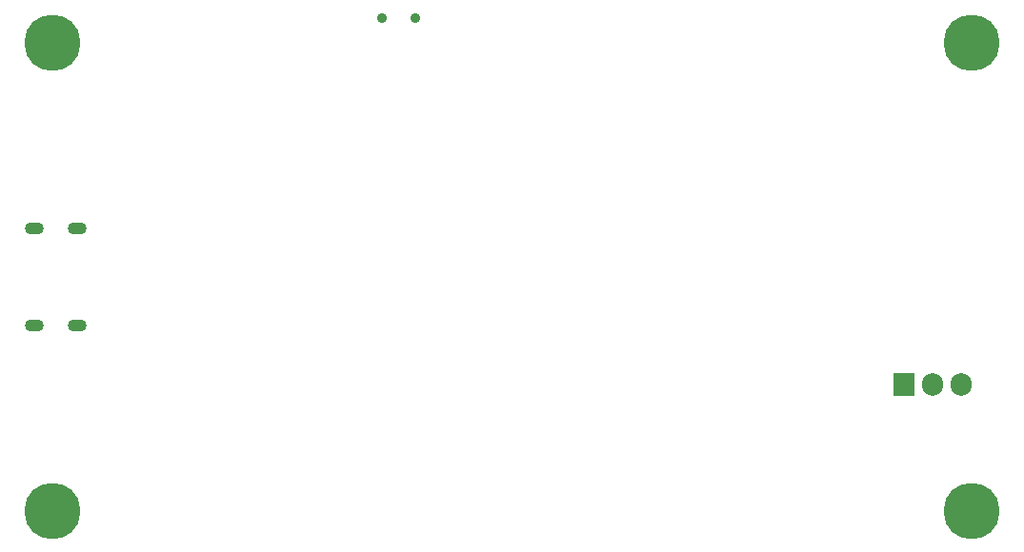
<source format=gbs>
%TF.GenerationSoftware,KiCad,Pcbnew,8.0.2*%
%TF.CreationDate,2024-05-25T15:23:05+03:00*%
%TF.ProjectId,sos_business_card,736f735f-6275-4736-996e-6573735f6361,A*%
%TF.SameCoordinates,Original*%
%TF.FileFunction,Soldermask,Bot*%
%TF.FilePolarity,Negative*%
%FSLAX46Y46*%
G04 Gerber Fmt 4.6, Leading zero omitted, Abs format (unit mm)*
G04 Created by KiCad (PCBNEW 8.0.2) date 2024-05-25 15:23:05*
%MOMM*%
%LPD*%
G01*
G04 APERTURE LIST*
%ADD10C,2.900000*%
%ADD11C,5.000000*%
%ADD12O,1.700000X1.100000*%
%ADD13C,0.900000*%
%ADD14R,1.905000X2.000000*%
%ADD15O,1.905000X2.000000*%
G04 APERTURE END LIST*
D10*
%TO.C,J5*%
X119380000Y-92710000D03*
D11*
X119380000Y-92710000D03*
%TD*%
D12*
%TO.C,J1*%
X121520000Y-109218000D03*
X117720000Y-109218000D03*
X121520000Y-117858000D03*
X117720000Y-117858000D03*
%TD*%
D10*
%TO.C,J4*%
X119380000Y-134366000D03*
D11*
X119380000Y-134366000D03*
%TD*%
D13*
%TO.C,SW1*%
X151614000Y-90569000D03*
X148614000Y-90569000D03*
%TD*%
D14*
%TO.C,Q2*%
X195046600Y-123117650D03*
D15*
X197586600Y-123117650D03*
X200126600Y-123117650D03*
%TD*%
D10*
%TO.C,J2*%
X201041000Y-134366000D03*
D11*
X201041000Y-134366000D03*
%TD*%
D10*
%TO.C,J3*%
X201041000Y-92710000D03*
D11*
X201041000Y-92710000D03*
%TD*%
M02*

</source>
